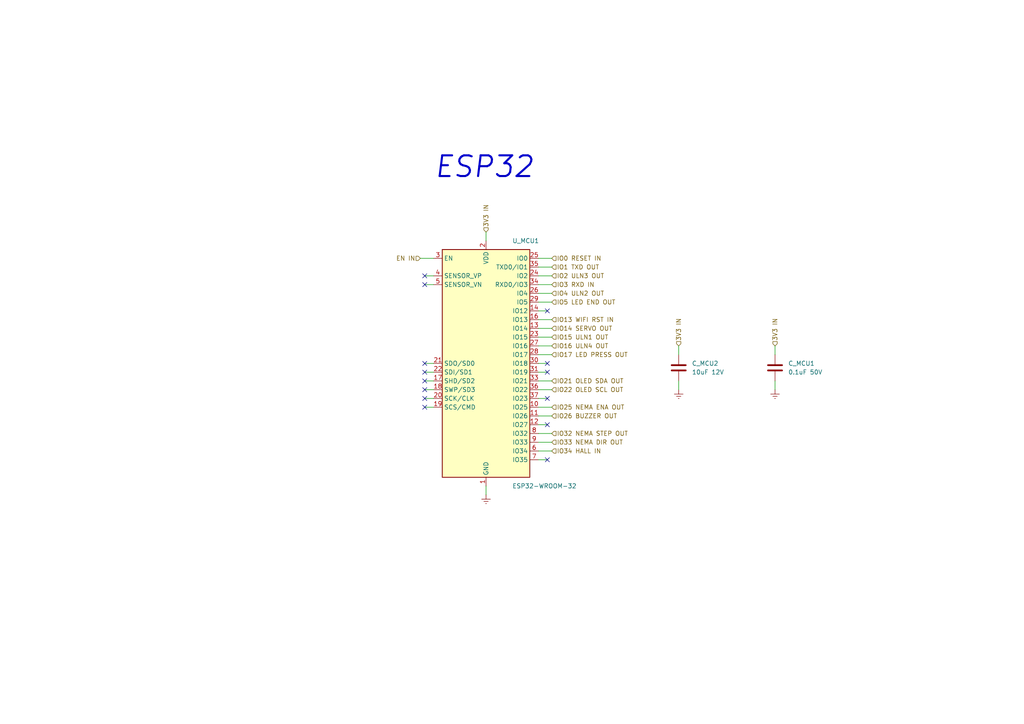
<source format=kicad_sch>
(kicad_sch (version 20211123) (generator eeschema)
  (paper "A4")
  (title_block (title "E-TKT v1.0") (date "2022-09-29") (rev "4") (company "Andrei Speridiao"))
  (lib_symbols
    (symbol "Device:C" (pin_numbers hide) (pin_names (offset 0.254))
      (property "Reference" "C" (at 0.635 2.54 0))
      (property "Value" "C" (at 0.635 -2.54 0))
      (symbol "C_0_1"
        (polyline (pts (xy -2.032 -0.762) (xy 2.032 -0.762)) (stroke (width 0.508)))
        (polyline (pts (xy -2.032 0.762) (xy 2.032 0.762)) (stroke (width 0.508)))
      )
      (symbol "C_1_1"
        (pin passive line (at 0 3.81 270) (length 2.794) (name "~") (number "1"))
        (pin passive line (at 0 -3.81 90) (length 2.794) (name "~") (number "2"))
      )
    )
    (symbol "RF_Module:ESP32-WROOM-32"
      (property "Reference" "U" (at -12.7 34.29 0))
      (property "Value" "ESP32-WROOM-32" (at 1.27 34.29 0))
      (symbol "ESP32-WROOM-32_0_1"
        (rectangle (start -12.7 33.02) (end 12.7 -33.02) (stroke (width 0.254)) (fill (type background)))
      )
      (symbol "ESP32-WROOM-32_1_1"
        (pin power_in line (at 0 -35.56 90) (length 2.54) (name "GND") (number "1"))
        (pin bidirectional line (at 15.24 -12.7 180) (length 2.54) (name "IO25") (number "10"))
        (pin bidirectional line (at 15.24 -15.24 180) (length 2.54) (name "IO26") (number "11"))
        (pin bidirectional line (at 15.24 -17.78 180) (length 2.54) (name "IO27") (number "12"))
        (pin bidirectional line (at 15.24 10.16 180) (length 2.54) (name "IO14") (number "13"))
        (pin bidirectional line (at 15.24 15.24 180) (length 2.54) (name "IO12") (number "14"))
        (pin passive line (at 0 -35.56 90) (length 2.54) hide (name "GND") (number "15"))
        (pin bidirectional line (at 15.24 12.7 180) (length 2.54) (name "IO13") (number "16"))
        (pin bidirectional line (at -15.24 -5.08 0) (length 2.54) (name "SHD/SD2") (number "17"))
        (pin bidirectional line (at -15.24 -7.62 0) (length 2.54) (name "SWP/SD3") (number "18"))
        (pin bidirectional line (at -15.24 -12.7 0) (length 2.54) (name "SCS/CMD") (number "19"))
        (pin power_in line (at 0 35.56 270) (length 2.54) (name "VDD") (number "2"))
        (pin bidirectional line (at -15.24 -10.16 0) (length 2.54) (name "SCK/CLK") (number "20"))
        (pin bidirectional line (at -15.24 0 0) (length 2.54) (name "SDO/SD0") (number "21"))
        (pin bidirectional line (at -15.24 -2.54 0) (length 2.54) (name "SDI/SD1") (number "22"))
        (pin bidirectional line (at 15.24 7.62 180) (length 2.54) (name "IO15") (number "23"))
        (pin bidirectional line (at 15.24 25.4 180) (length 2.54) (name "IO2") (number "24"))
        (pin bidirectional line (at 15.24 30.48 180) (length 2.54) (name "IO0") (number "25"))
        (pin bidirectional line (at 15.24 20.32 180) (length 2.54) (name "IO4") (number "26"))
        (pin bidirectional line (at 15.24 5.08 180) (length 2.54) (name "IO16") (number "27"))
        (pin bidirectional line (at 15.24 2.54 180) (length 2.54) (name "IO17") (number "28"))
        (pin bidirectional line (at 15.24 17.78 180) (length 2.54) (name "IO5") (number "29"))
        (pin input line (at -15.24 30.48 0) (length 2.54) (name "EN") (number "3"))
        (pin bidirectional line (at 15.24 0 180) (length 2.54) (name "IO18") (number "30"))
        (pin bidirectional line (at 15.24 -2.54 180) (length 2.54) (name "IO19") (number "31"))
        (pin no_connect line (at -12.7 -27.94 0) (length 2.54) hide (name "NC") (number "32"))
        (pin bidirectional line (at 15.24 -5.08 180) (length 2.54) (name "IO21") (number "33"))
        (pin bidirectional line (at 15.24 22.86 180) (length 2.54) (name "RXD0/IO3") (number "34"))
        (pin bidirectional line (at 15.24 27.94 180) (length 2.54) (name "TXD0/IO1") (number "35"))
        (pin bidirectional line (at 15.24 -7.62 180) (length 2.54) (name "IO22") (number "36"))
        (pin bidirectional line (at 15.24 -10.16 180) (length 2.54) (name "IO23") (number "37"))
        (pin passive line (at 0 -35.56 90) (length 2.54) hide (name "GND") (number "38"))
        (pin passive line (at 0 -35.56 90) (length 2.54) hide (name "GND") (number "39"))
        (pin input line (at -15.24 25.4 0) (length 2.54) (name "SENSOR_VP") (number "4"))
        (pin input line (at -15.24 22.86 0) (length 2.54) (name "SENSOR_VN") (number "5"))
        (pin input line (at 15.24 -25.4 180) (length 2.54) (name "IO34") (number "6"))
        (pin input line (at 15.24 -27.94 180) (length 2.54) (name "IO35") (number "7"))
        (pin bidirectional line (at 15.24 -20.32 180) (length 2.54) (name "IO32") (number "8"))
        (pin bidirectional line (at 15.24 -22.86 180) (length 2.54) (name "IO33") (number "9"))
      )
    )
    (symbol "power:GNDREF" (power) (pin_names (offset 0))
      (property "Value" "GNDREF" (at 0 -3.81 0))
      (symbol "GNDREF_0_1"
        (polyline (pts (xy -0.635 -1.905) (xy 0.635 -1.905)))
        (polyline (pts (xy -0.127 -2.54) (xy 0.127 -2.54)))
        (polyline (pts (xy 0 -1.27) (xy 0 0)))
        (polyline (pts (xy 1.27 -1.27) (xy -1.27 -1.27)))
      )
      (symbol "GNDREF_1_1"
        (pin power_in line (at 0 0 270) (length 0) hide (name "GNDREF") (number "1"))
      )
    )
  )
  (no_connect (at 123.19 115.57))
  (no_connect (at 158.75 90.17))
  (no_connect (at 158.75 123.19))
  (no_connect (at 158.75 133.35))
  (no_connect (at 123.19 110.49))
  (no_connect (at 123.19 82.55))
  (no_connect (at 158.75 107.95))
  (no_connect (at 158.75 105.41))
  (no_connect (at 123.19 118.11))
  (no_connect (at 123.19 113.03))
  (no_connect (at 123.19 80.01))
  (no_connect (at 123.19 107.95))
  (no_connect (at 158.75 115.57))
  (no_connect (at 123.19 105.41))
  (wire (pts (xy 160.02 92.71) (xy 156.21 92.71)))
  (wire (pts (xy 158.75 90.17) (xy 156.21 90.17)))
  (wire (pts (xy 160.02 77.47) (xy 156.21 77.47)))
  (wire (pts (xy 196.85 100.33) (xy 196.85 102.87)))
  (wire (pts (xy 160.02 85.09) (xy 156.21 85.09)))
  (wire (pts (xy 160.02 80.01) (xy 156.21 80.01)))
  (wire (pts (xy 123.19 115.57) (xy 125.73 115.57)))
  (wire (pts (xy 158.75 115.57) (xy 156.21 115.57)))
  (wire (pts (xy 123.19 82.55) (xy 125.73 82.55)))
  (wire (pts (xy 160.02 128.27) (xy 156.21 128.27)))
  (wire (pts (xy 123.19 80.01) (xy 125.73 80.01)))
  (wire (pts (xy 160.02 87.63) (xy 156.21 87.63)))
  (wire (pts (xy 123.19 105.41) (xy 125.73 105.41)))
  (wire (pts (xy 158.75 105.41) (xy 156.21 105.41)))
  (wire (pts (xy 140.97 143.51) (xy 140.97 140.97)))
  (wire (pts (xy 158.75 123.19) (xy 156.21 123.19)))
  (wire (pts (xy 160.02 130.81) (xy 156.21 130.81)))
  (wire (pts (xy 196.85 110.49) (xy 196.85 113.03)))
  (wire (pts (xy 160.02 97.79) (xy 156.21 97.79)))
  (wire (pts (xy 160.02 100.33) (xy 156.21 100.33)))
  (wire (pts (xy 123.19 113.03) (xy 125.73 113.03)))
  (wire (pts (xy 140.97 67.31) (xy 140.97 69.85)))
  (wire (pts (xy 156.21 120.65) (xy 160.02 120.65)))
  (wire (pts (xy 121.92 74.93) (xy 125.73 74.93)))
  (wire (pts (xy 160.02 82.55) (xy 156.21 82.55)))
  (wire (pts (xy 160.02 113.03) (xy 156.21 113.03)))
  (wire (pts (xy 160.02 125.73) (xy 156.21 125.73)))
  (wire (pts (xy 123.19 118.11) (xy 125.73 118.11)))
  (wire (pts (xy 224.79 100.33) (xy 224.79 102.87)))
  (wire (pts (xy 160.02 95.25) (xy 156.21 95.25)))
  (wire (pts (xy 224.79 110.49) (xy 224.79 113.03)))
  (wire (pts (xy 160.02 102.87) (xy 156.21 102.87)))
  (wire (pts (xy 123.19 107.95) (xy 125.73 107.95)))
  (wire (pts (xy 158.75 107.95) (xy 156.21 107.95)))
  (wire (pts (xy 160.02 118.11) (xy 156.21 118.11)))
  (wire (pts (xy 160.02 74.93) (xy 156.21 74.93)))
  (wire (pts (xy 158.75 133.35) (xy 156.21 133.35)))
  (wire (pts (xy 123.19 110.49) (xy 125.73 110.49)))
  (wire (pts (xy 160.02 110.49) (xy 156.21 110.49)))
  (text "ESP32" (at 125.73 52.07 0) (effects (font (size 6 6) (thickness 0.6) bold italic) (justify left bottom)))
  (hierarchical_label "IO21 OLED SDA OUT" (shape input) (at 160.02 110.49 0))
  (hierarchical_label "IO16 ULN4 OUT" (shape input) (at 160.02 100.33 0))
  (hierarchical_label "IO34 HALL IN" (shape input) (at 160.02 130.81 0))
  (hierarchical_label "IO32 NEMA STEP OUT" (shape input) (at 160.02 125.73 0))
  (hierarchical_label "IO13 WIFI RST IN" (shape input) (at 160.02 92.71 0))
  (hierarchical_label "IO5 LED END OUT" (shape input) (at 160.02 87.63 0))
  (hierarchical_label "IO26 BUZZER OUT" (shape input) (at 160.02 120.65 0))
  (hierarchical_label "IO3 RXD IN" (shape input) (at 160.02 82.55 0))
  (hierarchical_label "IO14 SERVO OUT" (shape input) (at 160.02 95.25 0))
  (hierarchical_label "IO25 NEMA ENA OUT" (shape input) (at 160.02 118.11 0))
  (hierarchical_label "IO1 TXD OUT" (shape input) (at 160.02 77.47 0))
  (hierarchical_label "IO17 LED PRESS OUT" (shape input) (at 160.02 102.87 0))
  (hierarchical_label "IO4 ULN2 OUT" (shape input) (at 160.02 85.09 0))
  (hierarchical_label "3V3 IN" (shape input) (at 196.85 100.33 90))
  (hierarchical_label "IO33 NEMA DIR OUT" (shape input) (at 160.02 128.27 0))
  (hierarchical_label "IO15 ULN1 OUT" (shape input) (at 160.02 97.79 0))
  (hierarchical_label "EN IN" (shape input) (at 121.92 74.93 180))
  (hierarchical_label "3V3 IN" (shape input) (at 224.79 100.33 90))
  (hierarchical_label "IO2 ULN3 OUT" (shape input) (at 160.02 80.01 0))
  (hierarchical_label "IO22 OLED SCL OUT" (shape input) (at 160.02 113.03 0))
  (hierarchical_label "IO0 RESET IN" (shape input) (at 160.02 74.93 0))
  (hierarchical_label "3V3 IN" (shape input) (at 140.97 67.31 90))
  (symbol (lib_id "power:GNDREF") (at 140.97 143.51 0) (unit 1)
    (property "Reference" "#PWR0103" (effects hide))
    (property "Value" "GNDREF" (effects hide))
  )
  (symbol (lib_id "power:GNDREF") (at 224.79 113.03 0) (unit 1)
    (property "Reference" "#PWR0112" (effects hide))
    (property "Value" "GNDREF" (effects hide))
  )
  (symbol (lib_id "power:GNDREF") (at 196.85 113.03 0) (unit 1)
    (property "Reference" "#PWR0157" (effects hide))
    (property "Value" "GNDREF" (effects hide))
  )
  (symbol (lib_id "Device:C") (at 196.85 106.68 180) (unit 1)
    (property "Reference" "C_MCU2" (at 200.66 105.41 0) (effects (justify right)))
    (property "Value" "10uF 12V" (at 200.66 107.95 0) (effects (justify right)))
    (property "Footprint" "Capacitor_SMD:C_0603_1608Metric_Pad1.08x0.95mm_HandSolder" (effects hide))
    (property "Datasheet" "https://br.mouser.com/datasheet/2/585/MLCC-1837944.pdf" (effects hide))
    (property "#" "GRM188Z71A106KA73D" (effects hide))
    (property "Description" "Decouple" (effects hide))
    (property "Group" "MCU" (effects hide))
    (property "Obs" "wes" (effects hide))
    (property "Mouser" "OK" (effects hide))
  )
  (symbol (lib_id "Device:C") (at 224.79 106.68 0) (unit 1)
    (property "Reference" "C_MCU1" (at 228.6 105.41 0) (effects (justify left)))
    (property "Value" "0.1uF 50V" (at 228.6 107.95 0) (effects (justify left)))
    (property "Footprint" "Capacitor_SMD:C_0603_1608Metric_Pad1.08x0.95mm_HandSolder" (effects hide))
    (property "Datasheet" "https://product.tdk.com/system/files/dam/doc/product/capacitor/ceramic/mlcc/catalog/mlcc_automotive_general_en.pdf?ref_disty=mouser" (effects hide))
    (property "#" "C1608X7R1H104K080AA" (effects hide))
    (property "Description" "Decouple" (effects hide))
    (property "Group" "MCU" (effects hide))
    (property "Mouser" "OK" (effects hide))
  )
  (symbol (lib_id "RF_Module:ESP32-WROOM-32") (at 140.97 105.41 0) (unit 1)
    (property "Reference" "U_MCU1" (at 148.59 69.85 0) (effects (justify left)))
    (property "Value" "ESP32-WROOM-32" (at 148.59 140.97 0) (effects (justify left)))
    (property "Footprint" "RF_Module:ESP32-WROOM-32" (effects hide))
    (property "Datasheet" "https://br.mouser.com/datasheet/2/891/esp32_wroom_32d_esp32_wroom_32u_datasheet_en-1365844.pdf" (effects hide))
    (property "#" "ESP32-WROOM-32D-N4" (effects hide))
    (property "Description" "ESP32" (effects hide))
    (property "Group" "MCU" (effects hide))
    (property "Mouser" "OK" (effects hide))
  )
)
</source>
